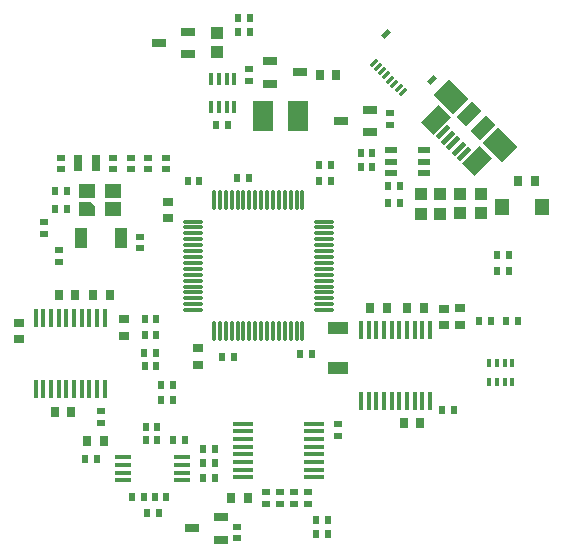
<source format=gtp>
%TF.GenerationSoftware,KiCad,Pcbnew,9.0.4*%
%TF.CreationDate,2026-01-16T16:04:54-08:00*%
%TF.ProjectId,u_anemometer,755f616e-656d-46f6-9d65-7465722e6b69,rev?*%
%TF.SameCoordinates,Original*%
%TF.FileFunction,Paste,Top*%
%TF.FilePolarity,Positive*%
%FSLAX46Y46*%
G04 Gerber Fmt 4.6, Leading zero omitted, Abs format (unit mm)*
G04 Created by KiCad (PCBNEW 9.0.4) date 2026-01-16 16:04:54*
%MOMM*%
%LPD*%
G01*
G04 APERTURE LIST*
G04 Aperture macros list*
%AMRotRect*
0 Rectangle, with rotation*
0 The origin of the aperture is its center*
0 $1 length*
0 $2 width*
0 $3 Rotation angle, in degrees counterclockwise*
0 Add horizontal line*
21,1,$1,$2,0,0,$3*%
%AMFreePoly0*
4,1,6,0.700000,0.196000,0.700000,-0.575000,-0.700000,-0.575000,-0.700000,0.575000,0.338000,0.575000,0.700000,0.196000,0.700000,0.196000,$1*%
G04 Aperture macros list end*
%ADD10R,0.500000X0.800000*%
%ADD11R,0.800000X0.900000*%
%ADD12R,1.803500X0.406500*%
%ADD13R,0.700000X1.400000*%
%ADD14R,1.000000X0.550000*%
%ADD15R,0.800000X0.500000*%
%ADD16R,1.800000X2.600000*%
%ADD17R,1.092000X0.990500*%
%ADD18R,1.000000X1.100000*%
%ADD19R,0.900000X0.800000*%
%ADD20O,1.800000X0.280000*%
%ADD21O,0.280000X1.800000*%
%ADD22R,1.250000X0.700000*%
%ADD23RotRect,0.800000X0.300000X225.000000*%
%ADD24RotRect,0.800000X0.400000X225.000000*%
%ADD25R,1.000000X1.700000*%
%ADD26R,1.397000X0.406500*%
%ADD27RotRect,1.380000X0.450000X225.000000*%
%ADD28RotRect,1.900000X2.375000X225.000000*%
%ADD29RotRect,2.100000X1.475000X225.000000*%
%ADD30RotRect,1.900000X1.175000X225.000000*%
%ADD31R,1.100000X1.000000*%
%ADD32R,0.400000X1.493500*%
%ADD33FreePoly0,0.000000*%
%ADD34R,1.400000X1.150000*%
%ADD35R,1.700000X1.000000*%
%ADD36R,1.200000X1.400000*%
%ADD37R,0.350500X0.700000*%
%ADD38R,0.400000X1.060000*%
G04 APERTURE END LIST*
D10*
%TO.C,C1*%
X144300000Y-96950000D03*
X145300000Y-96950000D03*
%TD*%
D11*
%TO.C,C4*%
X169900000Y-101700000D03*
X171300000Y-101700000D03*
%TD*%
D12*
%TO.C,U5*%
X152600000Y-126775000D03*
X152600000Y-126125000D03*
X152600000Y-125475000D03*
X152600000Y-124825000D03*
X152600000Y-124175000D03*
X152600000Y-123525000D03*
X152600000Y-122875000D03*
X152600000Y-122225000D03*
X146600000Y-122225000D03*
X146600000Y-122875000D03*
X146600000Y-123525000D03*
X146600000Y-124175000D03*
X146600000Y-124825000D03*
X146600000Y-125475000D03*
X146600000Y-126125000D03*
X146600000Y-126775000D03*
%TD*%
D13*
%TO.C,X1*%
X132650000Y-100150000D03*
X134150000Y-100150000D03*
%TD*%
D10*
%TO.C,R41*%
X159900000Y-103550000D03*
X158900000Y-103550000D03*
%TD*%
%TO.C,C47*%
X166550000Y-113550000D03*
X167550000Y-113550000D03*
%TD*%
%TO.C,R35*%
X140650000Y-118950000D03*
X139650000Y-118950000D03*
%TD*%
D14*
%TO.C,D2*%
X161950000Y-101000000D03*
X161950000Y-100050000D03*
X161950000Y-99100000D03*
X159150000Y-99100000D03*
X159150000Y-100050000D03*
X159150000Y-101000000D03*
%TD*%
D10*
%TO.C,C19*%
X151400000Y-116350000D03*
X152400000Y-116350000D03*
%TD*%
D15*
%TO.C,R27*%
X131050000Y-108550000D03*
X131050000Y-107550000D03*
%TD*%
%TO.C,C9*%
X140075000Y-99700000D03*
X140075000Y-100700000D03*
%TD*%
D16*
%TO.C,C12*%
X148249000Y-96200000D03*
X151251000Y-96200000D03*
%TD*%
D17*
%TO.C,LED1*%
X164999000Y-104400000D03*
X166701000Y-104400000D03*
%TD*%
D10*
%TO.C,R38*%
X153800000Y-130350000D03*
X152800000Y-130350000D03*
%TD*%
D18*
%TO.C,R6*%
X163250000Y-104450000D03*
X161650000Y-104450000D03*
%TD*%
D15*
%TO.C,R28*%
X129750000Y-106150000D03*
X129750000Y-105150000D03*
%TD*%
D19*
%TO.C,VBAT1*%
X140250000Y-103450000D03*
X140250000Y-104850000D03*
%TD*%
D20*
%TO.C,U2*%
X142325000Y-105125000D03*
X142325000Y-105625000D03*
X142325000Y-106125000D03*
X142325000Y-106625000D03*
X142325000Y-107125000D03*
X142325000Y-107625000D03*
X142325000Y-108125000D03*
X142325000Y-108625000D03*
X142325000Y-109125000D03*
X142325000Y-109625000D03*
X142325000Y-110125000D03*
X142325000Y-110625000D03*
X142325000Y-111125000D03*
X142325000Y-111625000D03*
X142325000Y-112125000D03*
X142325000Y-112625000D03*
D21*
X144125000Y-114425000D03*
X144625000Y-114425000D03*
X145125000Y-114425000D03*
X145625000Y-114425000D03*
X146125000Y-114425000D03*
X146625000Y-114425000D03*
X147125000Y-114425000D03*
X147625000Y-114425000D03*
X148125000Y-114425000D03*
X148625000Y-114425000D03*
X149125000Y-114425000D03*
X149625000Y-114425000D03*
X150125000Y-114425000D03*
X150625000Y-114425000D03*
X151125000Y-114425000D03*
X151625000Y-114425000D03*
D20*
X153425000Y-112625000D03*
X153425000Y-112125000D03*
X153425000Y-111625000D03*
X153425000Y-111125000D03*
X153425000Y-110625000D03*
X153425000Y-110125000D03*
X153425000Y-109625000D03*
X153425000Y-109125000D03*
X153425000Y-108625000D03*
X153425000Y-108125000D03*
X153425000Y-107625000D03*
X153425000Y-107125000D03*
X153425000Y-106625000D03*
X153425000Y-106125000D03*
X153425000Y-105625000D03*
X153425000Y-105125000D03*
D21*
X151625000Y-103325000D03*
X151125000Y-103325000D03*
X150625000Y-103325000D03*
X150125000Y-103325000D03*
X149625000Y-103325000D03*
X149125000Y-103325000D03*
X148625000Y-103325000D03*
X148125000Y-103325000D03*
X147625000Y-103325000D03*
X147125000Y-103325000D03*
X146625000Y-103325000D03*
X146125000Y-103325000D03*
X145625000Y-103325000D03*
X145125000Y-103325000D03*
X144625000Y-103325000D03*
X144125000Y-103325000D03*
%TD*%
D22*
%TO.C,Q2*%
X144749500Y-132050000D03*
X144749500Y-130150000D03*
X142250500Y-131100000D03*
%TD*%
D15*
%TO.C,C13*%
X147100000Y-92200000D03*
X147100000Y-93200000D03*
%TD*%
D10*
%TO.C,C23*%
X138250000Y-117376000D03*
X139250000Y-117376000D03*
%TD*%
D15*
%TO.C,R9*%
X138576000Y-99699000D03*
X138576000Y-100699000D03*
%TD*%
D10*
%TO.C,C2*%
X153050000Y-100350000D03*
X154050000Y-100350000D03*
%TD*%
D23*
%TO.C,DEBUG1*%
X157640812Y-91684315D03*
X157994365Y-92037868D03*
X158347918Y-92391421D03*
X158701472Y-92744975D03*
X159055025Y-93098528D03*
X159408579Y-93452082D03*
X159762132Y-93805635D03*
X160115685Y-94159188D03*
D24*
X158701472Y-89209441D03*
X162590559Y-93098528D03*
%TD*%
D15*
%TO.C,R20*%
X152100000Y-128050000D03*
X152100000Y-129050000D03*
%TD*%
%TO.C,R11*%
X146100000Y-131950000D03*
X146100000Y-130950000D03*
%TD*%
D10*
%TO.C,R23*%
X147150000Y-87900000D03*
X146150000Y-87900000D03*
%TD*%
%TO.C,R34*%
X139350000Y-123650000D03*
X138350000Y-123650000D03*
%TD*%
%TO.C,C39*%
X139450000Y-129800000D03*
X138450000Y-129800000D03*
%TD*%
%TO.C,R29*%
X143200000Y-126800000D03*
X144200000Y-126800000D03*
%TD*%
D15*
%TO.C,R19*%
X148500000Y-128050000D03*
X148500000Y-129050000D03*
%TD*%
D10*
%TO.C,R32*%
X144200000Y-124400000D03*
X143200000Y-124400000D03*
%TD*%
%TO.C,C15*%
X138250000Y-113375500D03*
X139250000Y-113375500D03*
%TD*%
D25*
%TO.C,RST1*%
X132900000Y-106500000D03*
X136300000Y-106500000D03*
%TD*%
D10*
%TO.C,R37*%
X153800000Y-131550000D03*
X152800000Y-131550000D03*
%TD*%
D26*
%TO.C,U7*%
X141402000Y-127025000D03*
X141402000Y-126375000D03*
X141402000Y-125725000D03*
X141402000Y-125075000D03*
X136398000Y-125075000D03*
X136398000Y-125725000D03*
X136398000Y-126375000D03*
X136398000Y-127025000D03*
%TD*%
D10*
%TO.C,R5*%
X156550000Y-99300000D03*
X157550000Y-99300000D03*
%TD*%
D15*
%TO.C,C3*%
X135600000Y-99700000D03*
X135600000Y-100700000D03*
%TD*%
D27*
%TO.C,USB1*%
X165329140Y-99409337D03*
X164869167Y-98950071D03*
X164409902Y-98490098D03*
X163949929Y-98030833D03*
X163490309Y-97571213D03*
D28*
X168348133Y-98667229D03*
D29*
X166405357Y-99977144D03*
D30*
X166884422Y-97203518D03*
X165696482Y-96015578D03*
D29*
X162922856Y-96494643D03*
D28*
X164232771Y-94551867D03*
%TD*%
D10*
%TO.C,R40*%
X158900000Y-102150000D03*
X159900000Y-102150000D03*
%TD*%
%TO.C,R25*%
X163450000Y-121100000D03*
X164450000Y-121100000D03*
%TD*%
%TO.C,R30*%
X138200000Y-128450000D03*
X137200000Y-128450000D03*
%TD*%
D11*
%TO.C,C38*%
X160200000Y-122150000D03*
X161600000Y-122150000D03*
%TD*%
%TO.C,C37*%
X161900000Y-112400000D03*
X160500000Y-112400000D03*
%TD*%
D15*
%TO.C,R17*%
X150900000Y-128050000D03*
X150900000Y-129050000D03*
%TD*%
D10*
%TO.C,C22*%
X138250000Y-114750000D03*
X139250000Y-114750000D03*
%TD*%
%TO.C,R13*%
X168100000Y-109300000D03*
X169100000Y-109300000D03*
%TD*%
D19*
%TO.C,C30*%
X127600000Y-113700000D03*
X127600000Y-115100000D03*
%TD*%
D31*
%TO.C,R1*%
X144350000Y-89200000D03*
X144350000Y-90800000D03*
%TD*%
D10*
%TO.C,C45*%
X141650000Y-123650000D03*
X140650000Y-123650000D03*
%TD*%
%TO.C,C35*%
X134250000Y-125250000D03*
X133250000Y-125250000D03*
%TD*%
D11*
%TO.C,C27*%
X130650000Y-121250000D03*
X132050000Y-121250000D03*
%TD*%
D10*
%TO.C,R39*%
X140650000Y-120250000D03*
X139650000Y-120250000D03*
%TD*%
D19*
%TO.C,C16*%
X142800000Y-115850000D03*
X142800000Y-117250000D03*
%TD*%
D10*
%TO.C,C18*%
X154050000Y-101650000D03*
X153050000Y-101650000D03*
%TD*%
D15*
%TO.C,R3*%
X159000000Y-95950000D03*
X159000000Y-96950000D03*
%TD*%
D32*
%TO.C,U4*%
X134875000Y-113299000D03*
X134225000Y-113299000D03*
X133575000Y-113299000D03*
X132925000Y-113299000D03*
X132275000Y-113299000D03*
X131626500Y-113299000D03*
X130975500Y-113299000D03*
X130325500Y-113299000D03*
X129675500Y-113299000D03*
X129025000Y-113299000D03*
X129025000Y-119301000D03*
X129675000Y-119301000D03*
X130325000Y-119301000D03*
X130975000Y-119301000D03*
X131625000Y-119301000D03*
X132275000Y-119301000D03*
X132925000Y-119301000D03*
X133575000Y-119296000D03*
X134225000Y-119296000D03*
X134875000Y-119301000D03*
%TD*%
D15*
%TO.C,R8*%
X137100000Y-100700000D03*
X137100000Y-99700000D03*
%TD*%
D33*
%TO.C,X2*%
X133400000Y-104100000D03*
D34*
X135600000Y-104100000D03*
X135600000Y-102500000D03*
X133400000Y-102500000D03*
%TD*%
D22*
%TO.C,U3*%
X148900500Y-91550000D03*
X148900500Y-93450000D03*
X151400000Y-92500000D03*
%TD*%
D15*
%TO.C,R18*%
X149700000Y-128050000D03*
X149700000Y-129050000D03*
%TD*%
%TO.C,C5*%
X131200000Y-99700000D03*
X131200000Y-100700000D03*
%TD*%
D19*
%TO.C,C28*%
X136500000Y-114800000D03*
X136500000Y-113400000D03*
%TD*%
D35*
%TO.C,SW1*%
X154650000Y-117550000D03*
X154650000Y-114150000D03*
%TD*%
D10*
%TO.C,R22*%
X147150000Y-89100000D03*
X146150000Y-89100000D03*
%TD*%
D19*
%TO.C,C43*%
X164950000Y-112450000D03*
X164950000Y-113850000D03*
%TD*%
D10*
%TO.C,R10*%
X138249500Y-116251500D03*
X139249500Y-116251500D03*
%TD*%
%TO.C,R14*%
X168100000Y-107950000D03*
X169100000Y-107950000D03*
%TD*%
D36*
%TO.C,D3*%
X168500000Y-103900000D03*
X171900000Y-103900000D03*
%TD*%
D11*
%TO.C,C29*%
X132400000Y-111350000D03*
X131000000Y-111350000D03*
%TD*%
D10*
%TO.C,R24*%
X143200000Y-125600000D03*
X144200000Y-125600000D03*
%TD*%
D11*
%TO.C,C42*%
X158750000Y-112450000D03*
X157350000Y-112450000D03*
%TD*%
D10*
%TO.C,C21*%
X144800000Y-116550000D03*
X145800000Y-116550000D03*
%TD*%
%TO.C,C17*%
X142900000Y-101700000D03*
X141900000Y-101700000D03*
%TD*%
D15*
%TO.C,R16*%
X154650000Y-123300000D03*
X154650000Y-122300000D03*
%TD*%
D11*
%TO.C,C25*%
X135300000Y-111350000D03*
X133900000Y-111350000D03*
%TD*%
D17*
%TO.C,LED2*%
X164999000Y-102800000D03*
X166701000Y-102800000D03*
%TD*%
D18*
%TO.C,R7*%
X163250000Y-102750000D03*
X161650000Y-102750000D03*
%TD*%
D22*
%TO.C,Q1*%
X157374500Y-97575000D03*
X157374500Y-95675000D03*
X154875500Y-96625000D03*
%TD*%
D11*
%TO.C,C14*%
X153100000Y-92750000D03*
X154500000Y-92750000D03*
%TD*%
D22*
%TO.C,D1*%
X141949500Y-90950000D03*
X141949500Y-89050000D03*
X139450500Y-90000000D03*
%TD*%
D10*
%TO.C,R4*%
X156550000Y-100500000D03*
X157550000Y-100500000D03*
%TD*%
D15*
%TO.C,C8*%
X137850000Y-107400000D03*
X137850000Y-106400000D03*
%TD*%
D10*
%TO.C,R33*%
X138350000Y-122500000D03*
X139350000Y-122500000D03*
%TD*%
D37*
%TO.C,U8*%
X167434000Y-117111000D03*
X168084500Y-117111000D03*
X168744500Y-117111000D03*
X169395000Y-117111000D03*
X169395000Y-118711000D03*
X168744500Y-118711000D03*
X168084500Y-118711000D03*
X167434000Y-118711000D03*
%TD*%
D10*
%TO.C,C7*%
X130700000Y-104100000D03*
X131700000Y-104100000D03*
%TD*%
%TO.C,R31*%
X139100000Y-128450000D03*
X140100000Y-128450000D03*
%TD*%
D11*
%TO.C,C31*%
X145600000Y-128500000D03*
X147000000Y-128500000D03*
%TD*%
D10*
%TO.C,C6*%
X131700000Y-102550000D03*
X130700000Y-102550000D03*
%TD*%
%TO.C,R2*%
X146100000Y-101400000D03*
X147100000Y-101400000D03*
%TD*%
%TO.C,C50*%
X169850000Y-113550000D03*
X168850000Y-113550000D03*
%TD*%
D32*
%TO.C,U6*%
X162425000Y-114299000D03*
X161775000Y-114299000D03*
X161125000Y-114299000D03*
X160475000Y-114299000D03*
X159825000Y-114299000D03*
X159176500Y-114299000D03*
X158525500Y-114299000D03*
X157875500Y-114299000D03*
X157225500Y-114299000D03*
X156575000Y-114299000D03*
X156575000Y-120301000D03*
X157225000Y-120301000D03*
X157875000Y-120301000D03*
X158525000Y-120301000D03*
X159175000Y-120301000D03*
X159825000Y-120301000D03*
X160475000Y-120301000D03*
X161125000Y-120296000D03*
X161775000Y-120296000D03*
X162425000Y-120301000D03*
%TD*%
D15*
%TO.C,R15*%
X134600000Y-122200000D03*
X134600000Y-121200000D03*
%TD*%
D11*
%TO.C,C36*%
X133400000Y-123700000D03*
X134800000Y-123700000D03*
%TD*%
D19*
%TO.C,C41*%
X163600000Y-113900000D03*
X163600000Y-112500000D03*
%TD*%
D38*
%TO.C,U1*%
X143895000Y-95450000D03*
X144545000Y-95450000D03*
X145205000Y-95450000D03*
X145855000Y-95450000D03*
X145855000Y-93050000D03*
X145205000Y-93050000D03*
X144545000Y-93050000D03*
X143895000Y-93050000D03*
%TD*%
M02*

</source>
